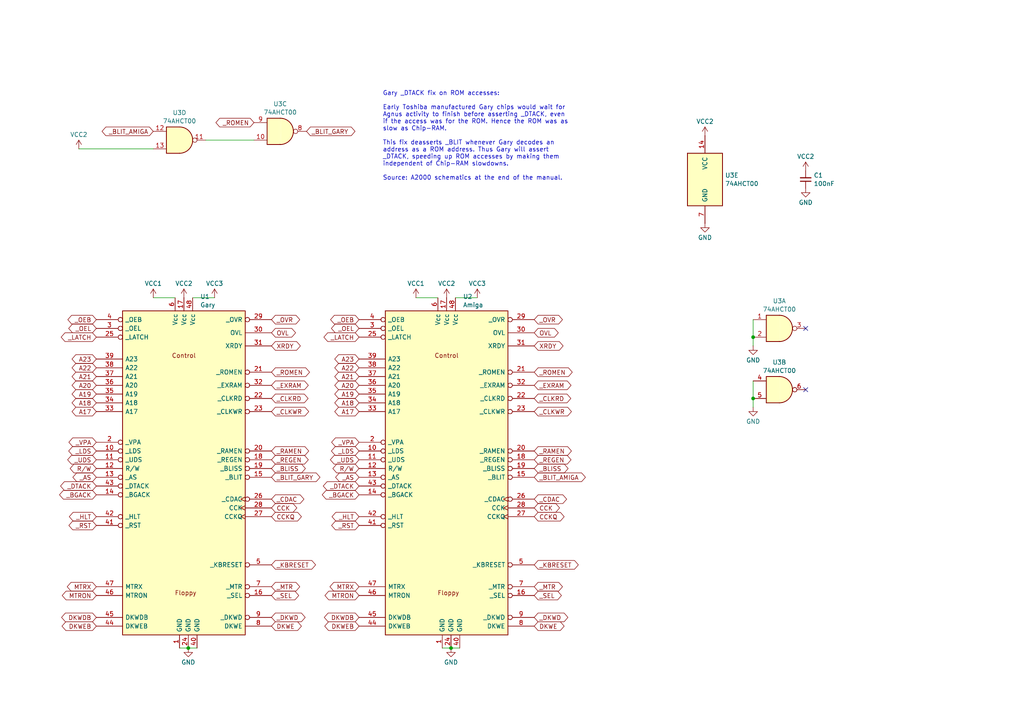
<source format=kicad_sch>
(kicad_sch (version 20231120) (generator "eeschema") (generator_version "8.0")
  (paper "A4")
  (lib_symbols
    (symbol "74xx:74HCT00" (pin_names (offset 1.016))
      (property "Reference" "U" (at 0 1.27 0))
      (property "Value" "74HCT00" (at 0 -1.27 0))
      (symbol "74HCT00_1_1"
        (arc (start 0 -3.81) (mid 3.7934 0) (end 0 3.81) (stroke (width 0.254)) (fill (type background)))
        (polyline (pts (xy 0 3.81) (xy -3.81 3.81) (xy -3.81 -3.81) (xy 0 -3.81)) (stroke (width 0.254)) (fill (type background)))
        (pin input line (at -7.62 2.54 0) (length 3.81) (name "~") (number "1"))
        (pin input line (at -7.62 -2.54 0) (length 3.81) (name "~") (number "2"))
        (pin output inverted (at 7.62 0 180) (length 3.81) (name "~") (number "3"))
      )
      (symbol "74HCT00_1_2"
        (arc (start -3.81 -3.81) (mid -2.589 0) (end -3.81 3.81) (stroke (width 0.254)))
        (arc (start -0.6096 -3.81) (mid 2.1842 -2.5851) (end 3.81 0) (stroke (width 0.254)) (fill (type background)))
        (polyline (pts (xy -3.81 -3.81) (xy -0.635 -3.81)) (stroke (width 0.254)) (fill (type background)))
        (polyline (pts (xy -3.81 3.81) (xy -0.635 3.81)) (stroke (width 0.254)) (fill (type background)))
        (polyline (pts (xy -0.635 3.81) (xy -3.81 3.81) (xy -3.81 3.81) (xy -3.556 3.4036) (xy -3.0226 2.2606) (xy -2.6924 1.0414) (xy -2.6162 -0.254) (xy -2.7686 -1.4986) (xy -3.175 -2.7178) (xy -3.81 -3.81) (xy -3.81 -3.81) (xy -0.635 -3.81)) (stroke (width -25.4)) (fill (type background)))
        (arc (start 3.81 0) (mid 2.1915 2.5936) (end -0.6096 3.81) (stroke (width 0.254)) (fill (type background)))
        (pin input inverted (at -7.62 2.54 0) (length 4.318) (name "~") (number "1"))
        (pin input inverted (at -7.62 -2.54 0) (length 4.318) (name "~") (number "2"))
        (pin output line (at 7.62 0 180) (length 3.81) (name "~") (number "3"))
      )
      (symbol "74HCT00_2_1"
        (arc (start 0 -3.81) (mid 3.7934 0) (end 0 3.81) (stroke (width 0.254)) (fill (type background)))
        (polyline (pts (xy 0 3.81) (xy -3.81 3.81) (xy -3.81 -3.81) (xy 0 -3.81)) (stroke (width 0.254)) (fill (type background)))
        (pin input line (at -7.62 2.54 0) (length 3.81) (name "~") (number "4"))
        (pin input line (at -7.62 -2.54 0) (length 3.81) (name "~") (number "5"))
        (pin output inverted (at 7.62 0 180) (length 3.81) (name "~") (number "6"))
      )
      (symbol "74HCT00_2_2"
        (arc (start -3.81 -3.81) (mid -2.589 0) (end -3.81 3.81) (stroke (width 0.254)))
        (arc (start -0.6096 -3.81) (mid 2.1842 -2.5851) (end 3.81 0) (stroke (width 0.254)) (fill (type background)))
        (polyline (pts (xy -3.81 -3.81) (xy -0.635 -3.81)) (stroke (width 0.254)) (fill (type background)))
        (polyline (pts (xy -3.81 3.81) (xy -0.635 3.81)) (stroke (width 0.254)) (fill (type background)))
        (polyline (pts (xy -0.635 3.81) (xy -3.81 3.81) (xy -3.81 3.81) (xy -3.556 3.4036) (xy -3.0226 2.2606) (xy -2.6924 1.0414) (xy -2.6162 -0.254) (xy -2.7686 -1.4986) (xy -3.175 -2.7178) (xy -3.81 -3.81) (xy -3.81 -3.81) (xy -0.635 -3.81)) (stroke (width -25.4)) (fill (type background)))
        (arc (start 3.81 0) (mid 2.1915 2.5936) (end -0.6096 3.81) (stroke (width 0.254)) (fill (type background)))
        (pin input inverted (at -7.62 2.54 0) (length 4.318) (name "~") (number "4"))
        (pin input inverted (at -7.62 -2.54 0) (length 4.318) (name "~") (number "5"))
        (pin output line (at 7.62 0 180) (length 3.81) (name "~") (number "6"))
      )
      (symbol "74HCT00_3_1"
        (arc (start 0 -3.81) (mid 3.7934 0) (end 0 3.81) (stroke (width 0.254)) (fill (type background)))
        (polyline (pts (xy 0 3.81) (xy -3.81 3.81) (xy -3.81 -3.81) (xy 0 -3.81)) (stroke (width 0.254)) (fill (type background)))
        (pin input line (at -7.62 -2.54 0) (length 3.81) (name "~") (number "10"))
        (pin output inverted (at 7.62 0 180) (length 3.81) (name "~") (number "8"))
        (pin input line (at -7.62 2.54 0) (length 3.81) (name "~") (number "9"))
      )
      (symbol "74HCT00_3_2"
        (arc (start -3.81 -3.81) (mid -2.589 0) (end -3.81 3.81) (stroke (width 0.254)))
        (arc (start -0.6096 -3.81) (mid 2.1842 -2.5851) (end 3.81 0) (stroke (width 0.254)) (fill (type background)))
        (polyline (pts (xy -3.81 -3.81) (xy -0.635 -3.81)) (stroke (width 0.254)) (fill (type background)))
        (polyline (pts (xy -3.81 3.81) (xy -0.635 3.81)) (stroke (width 0.254)) (fill (type background)))
        (polyline (pts (xy -0.635 3.81) (xy -3.81 3.81) (xy -3.81 3.81) (xy -3.556 3.4036) (xy -3.0226 2.2606) (xy -2.6924 1.0414) (xy -2.6162 -0.254) (xy -2.7686 -1.4986) (xy -3.175 -2.7178) (xy -3.81 -3.81) (xy -3.81 -3.81) (xy -0.635 -3.81)) (stroke (width -25.4)) (fill (type background)))
        (arc (start 3.81 0) (mid 2.1915 2.5936) (end -0.6096 3.81) (stroke (width 0.254)) (fill (type background)))
        (pin input inverted (at -7.62 -2.54 0) (length 4.318) (name "~") (number "10"))
        (pin output line (at 7.62 0 180) (length 3.81) (name "~") (number "8"))
        (pin input inverted (at -7.62 2.54 0) (length 4.318) (name "~") (number "9"))
      )
      (symbol "74HCT00_4_1"
        (arc (start 0 -3.81) (mid 3.7934 0) (end 0 3.81) (stroke (width 0.254)) (fill (type background)))
        (polyline (pts (xy 0 3.81) (xy -3.81 3.81) (xy -3.81 -3.81) (xy 0 -3.81)) (stroke (width 0.254)) (fill (type background)))
        (pin output inverted (at 7.62 0 180) (length 3.81) (name "~") (number "11"))
        (pin input line (at -7.62 2.54 0) (length 3.81) (name "~") (number "12"))
        (pin input line (at -7.62 -2.54 0) (length 3.81) (name "~") (number "13"))
      )
      (symbol "74HCT00_4_2"
        (arc (start -3.81 -3.81) (mid -2.589 0) (end -3.81 3.81) (stroke (width 0.254)))
        (arc (start -0.6096 -3.81) (mid 2.1842 -2.5851) (end 3.81 0) (stroke (width 0.254)) (fill (type background)))
        (polyline (pts (xy -3.81 -3.81) (xy -0.635 -3.81)) (stroke (width 0.254)) (fill (type background)))
        (polyline (pts (xy -3.81 3.81) (xy -0.635 3.81)) (stroke (width 0.254)) (fill (type background)))
        (polyline (pts (xy -0.635 3.81) (xy -3.81 3.81) (xy -3.81 3.81) (xy -3.556 3.4036) (xy -3.0226 2.2606) (xy -2.6924 1.0414) (xy -2.6162 -0.254) (xy -2.7686 -1.4986) (xy -3.175 -2.7178) (xy -3.81 -3.81) (xy -3.81 -3.81) (xy -0.635 -3.81)) (stroke (width -25.4)) (fill (type background)))
        (arc (start 3.81 0) (mid 2.1915 2.5936) (end -0.6096 3.81) (stroke (width 0.254)) (fill (type background)))
        (pin output line (at 7.62 0 180) (length 3.81) (name "~") (number "11"))
        (pin input inverted (at -7.62 2.54 0) (length 4.318) (name "~") (number "12"))
        (pin input inverted (at -7.62 -2.54 0) (length 4.318) (name "~") (number "13"))
      )
      (symbol "74HCT00_5_0"
        (pin power_in line (at 0 12.7 270) (length 5.08) (name "VCC") (number "14"))
        (pin power_in line (at 0 -12.7 90) (length 5.08) (name "GND") (number "7"))
      )
      (symbol "74HCT00_5_1"
        (rectangle (start -5.08 7.62) (end 5.08 -7.62) (stroke (width 0.254)) (fill (type background)))
      )
    )
    (symbol "Amiga_Custom_Chips:Gary" (pin_names (offset 0.762))
      (property "Reference" "U" (at 0 2.54 0))
      (property "Value" "Gary" (at 0 -3.81 0))
      (symbol "Gary_0_1"
        (rectangle (start -17.78 46.99) (end 17.78 -46.99) (stroke (width 0.254)) (fill (type background)))
      )
      (symbol "Gary_1_1"
        (text "Control" (at 0 34.036 0) (effects (font (size 1.27 1.27))))
        (text "Floppy" (at 0.508 -34.798 0) (effects (font (size 1.27 1.27))))
        (pin power_in line (at -1.27 -50.8 90) (length 3.81) (name "GND") (number "1"))
        (pin input inverted (at -25.4 6.35 0) (length 7.62) (name "_LDS") (number "10"))
        (pin input inverted (at -25.4 3.81 0) (length 7.62) (name "_UDS") (number "11"))
        (pin input line (at -25.4 1.27 0) (length 7.62) (name "R/W") (number "12"))
        (pin input inverted (at -25.4 -1.27 0) (length 7.62) (name "_AS") (number "13"))
        (pin input inverted (at -25.4 -6.35 0) (length 7.62) (name "_BGACK") (number "14"))
        (pin input inverted (at 25.4 -1.27 180) (length 7.62) (name "_BLIT") (number "15"))
        (pin input inverted (at 25.4 -35.56 180) (length 7.62) (name "_SEL") (number "16"))
        (pin power_in line (at 0 50.8 270) (length 3.81) (name "Vcc") (number "17"))
        (pin output inverted (at 25.4 3.81 180) (length 7.62) (name "_REGEN") (number "18"))
        (pin output inverted (at 25.4 1.27 180) (length 7.62) (name "_BLISS") (number "19"))
        (pin output inverted (at -25.4 8.89 0) (length 7.62) (name "_VPA") (number "2"))
        (pin output inverted (at 25.4 6.35 180) (length 7.62) (name "_RAMEN") (number "20"))
        (pin output inverted (at 25.4 29.21 180) (length 7.62) (name "_ROMEN") (number "21"))
        (pin output inverted (at 25.4 21.59 180) (length 7.62) (name "_CLKRD") (number "22"))
        (pin output inverted (at 25.4 17.78 180) (length 7.62) (name "_CLKWR") (number "23"))
        (pin power_in line (at 1.27 -50.8 90) (length 3.81) (name "GND") (number "24"))
        (pin output inverted (at -25.4 39.37 0) (length 7.62) (name "_LATCH") (number "25"))
        (pin input inverted_clock (at 25.4 -7.62 180) (length 7.62) (name "_CDAC") (number "26"))
        (pin input clock (at 25.4 -12.7 180) (length 7.62) (name "CCKQ") (number "27"))
        (pin input clock (at 25.4 -10.16 180) (length 7.62) (name "CCK") (number "28"))
        (pin input inverted (at 25.4 44.45 180) (length 7.62) (name "_OVR") (number "29"))
        (pin output inverted (at -25.4 41.91 0) (length 7.62) (name "_OEL") (number "3"))
        (pin input line (at 25.4 40.64 180) (length 7.62) (name "OVL") (number "30"))
        (pin input line (at 25.4 36.83 180) (length 7.62) (name "XRDY") (number "31"))
        (pin input inverted (at 25.4 25.4 180) (length 7.62) (name "_EXRAM") (number "32"))
        (pin input line (at -25.4 17.78 0) (length 7.62) (name "A17") (number "33"))
        (pin input line (at -25.4 20.32 0) (length 7.62) (name "A18") (number "34"))
        (pin input line (at -25.4 22.86 0) (length 7.62) (name "A19") (number "35"))
        (pin input line (at -25.4 25.4 0) (length 7.62) (name "A20") (number "36"))
        (pin input line (at -25.4 27.94 0) (length 7.62) (name "A21") (number "37"))
        (pin input line (at -25.4 30.48 0) (length 7.62) (name "A22") (number "38"))
        (pin input line (at -25.4 33.02 0) (length 7.62) (name "A23") (number "39"))
        (pin output inverted (at -25.4 44.45 0) (length 7.62) (name "_OEB") (number "4"))
        (pin power_in line (at 3.81 -50.8 90) (length 3.81) (name "GND") (number "40"))
        (pin output inverted (at -25.4 -15.24 0) (length 7.62) (name "_RST") (number "41"))
        (pin output inverted (at -25.4 -12.7 0) (length 7.62) (name "_HLT") (number "42"))
        (pin output inverted (at -25.4 -3.81 0) (length 7.62) (name "_DTACK") (number "43"))
        (pin output line (at -25.4 -44.45 0) (length 7.62) (name "DKWEB") (number "44"))
        (pin output line (at -25.4 -41.91 0) (length 7.62) (name "DKWDB") (number "45"))
        (pin output line (at -25.4 -35.56 0) (length 7.62) (name "MTRON") (number "46"))
        (pin output line (at -25.4 -33.02 0) (length 7.62) (name "MTRX") (number "47"))
        (pin power_in line (at 2.54 50.8 270) (length 3.81) (name "Vcc") (number "48"))
        (pin input inverted (at 25.4 -26.67 180) (length 7.62) (name "_KBRESET") (number "5"))
        (pin power_in line (at -2.54 50.8 270) (length 3.81) (name "Vcc") (number "6"))
        (pin input inverted (at 25.4 -33.02 180) (length 7.62) (name "_MTR") (number "7"))
        (pin input line (at 25.4 -44.45 180) (length 7.62) (name "DKWE") (number "8"))
        (pin input inverted (at 25.4 -41.91 180) (length 7.62) (name "_DKWD") (number "9"))
      )
    )
    (symbol "Device:C_Small" (pin_numbers hide) (pin_names (offset 0.254) hide)
      (property "Reference" "C" (at 0.254 1.778 0))
      (property "Value" "C_Small" (at 0.254 -2.032 0))
      (symbol "C_Small_0_1"
        (polyline (pts (xy -1.524 -0.508) (xy 1.524 -0.508)) (stroke (width 0.3302)))
        (polyline (pts (xy -1.524 0.508) (xy 1.524 0.508)) (stroke (width 0.3048)))
      )
      (symbol "C_Small_1_1"
        (pin passive line (at 0 2.54 270) (length 2.032) (name "~") (number "1"))
        (pin passive line (at 0 -2.54 90) (length 2.032) (name "~") (number "2"))
      )
    )
    (symbol "power:GND" (power) (pin_numbers hide) (pin_names (offset 0) hide)
      (property "Value" "GND" (at 0 -3.81 0))
      (symbol "GND_0_1"
        (polyline (pts (xy 0 0) (xy 0 -1.27) (xy 1.27 -1.27) (xy 0 -2.54) (xy -1.27 -1.27) (xy 0 -1.27)))
      )
      (symbol "GND_1_1"
        (pin power_in line (at 0 0 270) (length 0) (name "~") (number "1"))
      )
    )
    (symbol "power:VCC" (power) (pin_numbers hide) (pin_names (offset 0) hide)
      (property "Value" "VCC" (at 0 3.556 0))
      (symbol "VCC_0_1"
        (polyline (pts (xy -0.762 1.27) (xy 0 2.54)))
        (polyline (pts (xy 0 0) (xy 0 2.54)))
        (polyline (pts (xy 0 2.54) (xy 0.762 1.27)))
      )
      (symbol "VCC_1_1"
        (pin power_in line (at 0 0 90) (length 0) (name "~") (number "1"))
      )
    )
  )
  (junction (at 218.44 115.57))
  (junction (at 54.61 187.96))
  (junction (at 218.44 97.79))
  (junction (at 130.81 187.96))
  (no_connect (at 233.68 113.03))
  (no_connect (at 233.68 95.25))
  (wire (pts (xy 44.45 86.36) (xy 50.8 86.36)))
  (wire (pts (xy 218.44 97.79) (xy 218.44 100.33)))
  (wire (pts (xy 22.86 43.18) (xy 44.45 43.18)))
  (wire (pts (xy 130.81 187.96) (xy 133.35 187.96)))
  (wire (pts (xy 120.65 86.36) (xy 127 86.36)))
  (wire (pts (xy 132.08 86.36) (xy 138.43 86.36)))
  (wire (pts (xy 54.61 187.96) (xy 57.15 187.96)))
  (wire (pts (xy 218.44 115.57) (xy 218.44 118.11)))
  (wire (pts (xy 218.44 110.49) (xy 218.44 115.57)))
  (wire (pts (xy 59.69 40.64) (xy 73.66 40.64)))
  (wire (pts (xy 128.27 187.96) (xy 130.81 187.96)))
  (wire (pts (xy 52.07 187.96) (xy 54.61 187.96)))
  (wire (pts (xy 55.88 86.36) (xy 62.23 86.36)))
  (wire (pts (xy 218.44 92.71) (xy 218.44 97.79)))
  (text "Gary _DTACK fix on ROM accesses:\n\nEarly Toshiba manufactured Gary chips would wait for\nAgnus activity to finish before asserting _DTACK, even\nif the access was for the ROM. Hence the ROM was as\nslow as Chip-RAM.\n\nThis fix deasserts _BLIT whenever Gary decodes an\naddress as a ROM address. Thus Gary will assert\n_DTACK, speeding up ROM accesses by making them\nindependent of Chip-RAM slowdowns.\n\nSource: A2000 schematics at the end of the manual." (at 110.998 26.416 0) (effects (font (size 1.27 1.27)) (justify left top)))
  (global_label "A19" (shape bidirectional) (at 104.14 114.3 180) (property "Intersheetrefs" "${INTERSHEET_REFS}" (effects (hide yes))))
  (global_label "A21" (shape bidirectional) (at 104.14 109.22 180) (property "Intersheetrefs" "${INTERSHEET_REFS}" (effects (hide yes))))
  (global_label "_BGACK" (shape bidirectional) (at 104.14 143.51 180) (property "Intersheetrefs" "${INTERSHEET_REFS}" (effects (hide yes))))
  (global_label "CCK" (shape bidirectional) (at 154.94 147.32 0) (property "Intersheetrefs" "${INTERSHEET_REFS}" (effects (hide yes))))
  (global_label "_REGEN" (shape bidirectional) (at 78.74 133.35 0) (property "Intersheetrefs" "${INTERSHEET_REFS}" (effects (hide yes))))
  (global_label "_SEL" (shape bidirectional) (at 154.94 172.72 0) (property "Intersheetrefs" "${INTERSHEET_REFS}" (effects (hide yes))))
  (global_label "A17" (shape bidirectional) (at 27.94 119.38 180) (property "Intersheetrefs" "${INTERSHEET_REFS}" (effects (hide yes))))
  (global_label "_SEL" (shape bidirectional) (at 78.74 172.72 0) (property "Intersheetrefs" "${INTERSHEET_REFS}" (effects (hide yes))))
  (global_label "_DKWD" (shape bidirectional) (at 154.94 179.07 0) (property "Intersheetrefs" "${INTERSHEET_REFS}" (effects (hide yes))))
  (global_label "_AS" (shape bidirectional) (at 27.94 138.43 180) (property "Intersheetrefs" "${INTERSHEET_REFS}" (effects (hide yes))))
  (global_label "A18" (shape bidirectional) (at 27.94 116.84 180) (property "Intersheetrefs" "${INTERSHEET_REFS}" (effects (hide yes))))
  (global_label "_BLIT_GARY" (shape bidirectional) (at 78.74 138.43 0) (property "Intersheetrefs" "${INTERSHEET_REFS}" (effects (hide yes))))
  (global_label "_CLKWR" (shape bidirectional) (at 78.74 119.38 0) (property "Intersheetrefs" "${INTERSHEET_REFS}" (effects (hide yes))))
  (global_label "_LATCH" (shape bidirectional) (at 27.94 97.79 180) (property "Intersheetrefs" "${INTERSHEET_REFS}" (effects (hide yes))))
  (global_label "A22" (shape bidirectional) (at 104.14 106.68 180) (property "Intersheetrefs" "${INTERSHEET_REFS}" (effects (hide yes))))
  (global_label "A23" (shape bidirectional) (at 104.14 104.14 180) (property "Intersheetrefs" "${INTERSHEET_REFS}" (effects (hide yes))))
  (global_label "DKWE" (shape bidirectional) (at 154.94 181.61 0) (property "Intersheetrefs" "${INTERSHEET_REFS}" (effects (hide yes))))
  (global_label "DKWEB" (shape bidirectional) (at 104.14 181.61 180) (property "Intersheetrefs" "${INTERSHEET_REFS}" (effects (hide yes))))
  (global_label "MTRX" (shape bidirectional) (at 104.14 170.18 180) (property "Intersheetrefs" "${INTERSHEET_REFS}" (effects (hide yes))))
  (global_label "A17" (shape bidirectional) (at 104.14 119.38 180) (property "Intersheetrefs" "${INTERSHEET_REFS}" (effects (hide yes))))
  (global_label "DKWDB" (shape bidirectional) (at 104.14 179.07 180) (property "Intersheetrefs" "${INTERSHEET_REFS}" (effects (hide yes))))
  (global_label "_MTR" (shape bidirectional) (at 78.74 170.18 0) (property "Intersheetrefs" "${INTERSHEET_REFS}" (effects (hide yes))))
  (global_label "MTRON" (shape bidirectional) (at 104.14 172.72 180) (property "Intersheetrefs" "${INTERSHEET_REFS}" (effects (hide yes))))
  (global_label "A23" (shape bidirectional) (at 27.94 104.14 180) (property "Intersheetrefs" "${INTERSHEET_REFS}" (effects (hide yes))))
  (global_label "OVL" (shape bidirectional) (at 78.74 96.52 0) (property "Intersheetrefs" "${INTERSHEET_REFS}" (effects (hide yes))))
  (global_label "_OEB" (shape bidirectional) (at 104.14 92.71 180) (property "Intersheetrefs" "${INTERSHEET_REFS}" (effects (hide yes))))
  (global_label "_REGEN" (shape bidirectional) (at 154.94 133.35 0) (property "Intersheetrefs" "${INTERSHEET_REFS}" (effects (hide yes))))
  (global_label "_RAMEN" (shape bidirectional) (at 78.74 130.81 0) (property "Intersheetrefs" "${INTERSHEET_REFS}" (effects (hide yes))))
  (global_label "DKWDB" (shape bidirectional) (at 27.94 179.07 180) (property "Intersheetrefs" "${INTERSHEET_REFS}" (effects (hide yes))))
  (global_label "_BLIT_GARY" (shape bidirectional) (at 88.9 38.1 0) (property "Intersheetrefs" "${INTERSHEET_REFS}" (effects (hide yes))))
  (global_label "XRDY" (shape bidirectional) (at 154.94 100.33 0) (property "Intersheetrefs" "${INTERSHEET_REFS}" (effects (hide yes))))
  (global_label "_KBRESET" (shape bidirectional) (at 154.94 163.83 0) (property "Intersheetrefs" "${INTERSHEET_REFS}" (effects (hide yes))))
  (global_label "_KBRESET" (shape bidirectional) (at 78.74 163.83 0) (property "Intersheetrefs" "${INTERSHEET_REFS}" (effects (hide yes))))
  (global_label "MTRX" (shape bidirectional) (at 27.94 170.18 180) (property "Intersheetrefs" "${INTERSHEET_REFS}" (effects (hide yes))))
  (global_label "_DTACK" (shape bidirectional) (at 27.94 140.97 180) (property "Intersheetrefs" "${INTERSHEET_REFS}" (effects (hide yes))))
  (global_label "MTRON" (shape bidirectional) (at 27.94 172.72 180) (property "Intersheetrefs" "${INTERSHEET_REFS}" (effects (hide yes))))
  (global_label "_RST" (shape bidirectional) (at 104.14 152.4 180) (property "Intersheetrefs" "${INTERSHEET_REFS}" (effects (hide yes))))
  (global_label "_BLIT_AMIGA" (shape bidirectional) (at 154.94 138.43 0) (property "Intersheetrefs" "${INTERSHEET_REFS}" (effects (hide yes))))
  (global_label "_DKWD" (shape bidirectional) (at 78.74 179.07 0) (property "Intersheetrefs" "${INTERSHEET_REFS}" (effects (hide yes))))
  (global_label "_LDS" (shape bidirectional) (at 27.94 130.81 180) (property "Intersheetrefs" "${INTERSHEET_REFS}" (effects (hide yes))))
  (global_label "_EXRAM" (shape bidirectional) (at 78.74 111.76 0) (property "Intersheetrefs" "${INTERSHEET_REFS}" (effects (hide yes))))
  (global_label "_HLT" (shape bidirectional) (at 27.94 149.86 180) (property "Intersheetrefs" "${INTERSHEET_REFS}" (effects (hide yes))))
  (global_label "_OEB" (shape bidirectional) (at 27.94 92.71 180) (property "Intersheetrefs" "${INTERSHEET_REFS}" (effects (hide yes))))
  (global_label "_HLT" (shape bidirectional) (at 104.14 149.86 180) (property "Intersheetrefs" "${INTERSHEET_REFS}" (effects (hide yes))))
  (global_label "_BLISS" (shape bidirectional) (at 154.94 135.89 0) (property "Intersheetrefs" "${INTERSHEET_REFS}" (effects (hide yes))))
  (global_label "_ROMEN" (shape bidirectional) (at 154.94 107.95 0) (property "Intersheetrefs" "${INTERSHEET_REFS}" (effects (hide yes))))
  (global_label "R{slash}W" (shape bidirectional) (at 104.14 135.89 180) (property "Intersheetrefs" "${INTERSHEET_REFS}" (effects (hide yes))))
  (global_label "XRDY" (shape bidirectional) (at 78.74 100.33 0) (property "Intersheetrefs" "${INTERSHEET_REFS}" (effects (hide yes))))
  (global_label "A19" (shape bidirectional) (at 27.94 114.3 180) (property "Intersheetrefs" "${INTERSHEET_REFS}" (effects (hide yes))))
  (global_label "_ROMEN" (shape bidirectional) (at 73.66 35.56 180) (property "Intersheetrefs" "${INTERSHEET_REFS}" (effects (hide yes))))
  (global_label "A20" (shape bidirectional) (at 104.14 111.76 180) (property "Intersheetrefs" "${INTERSHEET_REFS}" (effects (hide yes))))
  (global_label "_VPA" (shape bidirectional) (at 104.14 128.27 180) (property "Intersheetrefs" "${INTERSHEET_REFS}" (effects (hide yes))))
  (global_label "_BLIT_AMIGA" (shape bidirectional) (at 44.45 38.1 180) (property "Intersheetrefs" "${INTERSHEET_REFS}" (effects (hide yes))))
  (global_label "_ROMEN" (shape bidirectional) (at 78.74 107.95 0) (property "Intersheetrefs" "${INTERSHEET_REFS}" (effects (hide yes))))
  (global_label "_DTACK" (shape bidirectional) (at 104.14 140.97 180) (property "Intersheetrefs" "${INTERSHEET_REFS}" (effects (hide yes))))
  (global_label "_VPA" (shape bidirectional) (at 27.94 128.27 180) (property "Intersheetrefs" "${INTERSHEET_REFS}" (effects (hide yes))))
  (global_label "_OEL" (shape bidirectional) (at 27.94 95.25 180) (property "Intersheetrefs" "${INTERSHEET_REFS}" (effects (hide yes))))
  (global_label "_CLKRD" (shape bidirectional) (at 154.94 115.57 0) (property "Intersheetrefs" "${INTERSHEET_REFS}" (effects (hide yes))))
  (global_label "A22" (shape bidirectional) (at 27.94 106.68 180) (property "Intersheetrefs" "${INTERSHEET_REFS}" (effects (hide yes))))
  (global_label "CCKQ" (shape bidirectional) (at 154.94 149.86 0) (property "Intersheetrefs" "${INTERSHEET_REFS}" (effects (hide yes))))
  (global_label "_AS" (shape bidirectional) (at 104.14 138.43 180) (property "Intersheetrefs" "${INTERSHEET_REFS}" (effects (hide yes))))
  (global_label "DKWEB" (shape bidirectional) (at 27.94 181.61 180) (property "Intersheetrefs" "${INTERSHEET_REFS}" (effects (hide yes))))
  (global_label "_UDS" (shape bidirectional) (at 27.94 133.35 180) (property "Intersheetrefs" "${INTERSHEET_REFS}" (effects (hide yes))))
  (global_label "_CLKRD" (shape bidirectional) (at 78.74 115.57 0) (property "Intersheetrefs" "${INTERSHEET_REFS}" (effects (hide yes))))
  (global_label "OVL" (shape bidirectional) (at 154.94 96.52 0) (property "Intersheetrefs" "${INTERSHEET_REFS}" (effects (hide yes))))
  (global_label "_CDAC" (shape bidirectional) (at 154.94 144.78 0) (property "Intersheetrefs" "${INTERSHEET_REFS}" (effects (hide yes))))
  (global_label "CCK" (shape bidirectional) (at 78.74 147.32 0) (property "Intersheetrefs" "${INTERSHEET_REFS}" (effects (hide yes))))
  (global_label "_EXRAM" (shape bidirectional) (at 154.94 111.76 0) (property "Intersheetrefs" "${INTERSHEET_REFS}" (effects (hide yes))))
  (global_label "_LATCH" (shape bidirectional) (at 104.14 97.79 180) (property "Intersheetrefs" "${INTERSHEET_REFS}" (effects (hide yes))))
  (global_label "_UDS" (shape bidirectional) (at 104.14 133.35 180) (property "Intersheetrefs" "${INTERSHEET_REFS}" (effects (hide yes))))
  (global_label "_MTR" (shape bidirectional) (at 154.94 170.18 0) (property "Intersheetrefs" "${INTERSHEET_REFS}" (effects (hide yes))))
  (global_label "_OVR" (shape bidirectional) (at 154.94 92.71 0) (property "Intersheetrefs" "${INTERSHEET_REFS}" (effects (hide yes))))
  (global_label "CCKQ" (shape bidirectional) (at 78.74 149.86 0) (property "Intersheetrefs" "${INTERSHEET_REFS}" (effects (hide yes))))
  (global_label "DKWE" (shape bidirectional) (at 78.74 181.61 0) (property "Intersheetrefs" "${INTERSHEET_REFS}" (effects (hide yes))))
  (global_label "A21" (shape bidirectional) (at 27.94 109.22 180) (property "Intersheetrefs" "${INTERSHEET_REFS}" (effects (hide yes))))
  (global_label "_OVR" (shape bidirectional) (at 78.74 92.71 0) (property "Intersheetrefs" "${INTERSHEET_REFS}" (effects (hide yes))))
  (global_label "_BLISS" (shape bidirectional) (at 78.74 135.89 0) (property "Intersheetrefs" "${INTERSHEET_REFS}" (effects (hide yes))))
  (global_label "A18" (shape bidirectional) (at 104.14 116.84 180) (property "Intersheetrefs" "${INTERSHEET_REFS}" (effects (hide yes))))
  (global_label "_BGACK" (shape bidirectional) (at 27.94 143.51 180) (property "Intersheetrefs" "${INTERSHEET_REFS}" (effects (hide yes))))
  (global_label "_RST" (shape bidirectional) (at 27.94 152.4 180) (property "Intersheetrefs" "${INTERSHEET_REFS}" (effects (hide yes))))
  (global_label "A20" (shape bidirectional) (at 27.94 111.76 180) (property "Intersheetrefs" "${INTERSHEET_REFS}" (effects (hide yes))))
  (global_label "_RAMEN" (shape bidirectional) (at 154.94 130.81 0) (property "Intersheetrefs" "${INTERSHEET_REFS}" (effects (hide yes))))
  (global_label "_OEL" (shape bidirectional) (at 104.14 95.25 180) (property "Intersheetrefs" "${INTERSHEET_REFS}" (effects (hide yes))))
  (global_label "R{slash}W" (shape bidirectional) (at 27.94 135.89 180) (property "Intersheetrefs" "${INTERSHEET_REFS}" (effects (hide yes))))
  (global_label "_CLKWR" (shape bidirectional) (at 154.94 119.38 0) (property "Intersheetrefs" "${INTERSHEET_REFS}" (effects (hide yes))))
  (global_label "_CDAC" (shape bidirectional) (at 78.74 144.78 0) (property "Intersheetrefs" "${INTERSHEET_REFS}" (effects (hide yes))))
  (global_label "_LDS" (shape bidirectional) (at 104.14 130.81 180) (property "Intersheetrefs" "${INTERSHEET_REFS}" (effects (hide yes))))
  (symbol (lib_id "74xx:74HCT00") (at 204.47 52.07 0) (unit 5)
    (property "Reference" "U3" (at 210.312 50.8578 0) (effects (justify left)))
    (property "Value" "74AHCT00" (at 210.312 53.2821 0) (effects (justify left)))
    (property "Footprint" "Package_SO:SOIC-14_3.9x8.7mm_P1.27mm" (effects (hide yes)))
    (property "Datasheet" "http://www.ti.com/lit/gpn/sn74hct00" (effects (hide yes)))
    (property "Description" "quad 2-input NAND gate" (effects (hide yes)))
    (property "LCSC" "C155451" (effects (hide yes)))
  )
  (symbol (lib_id "74xx:74HCT00") (at 226.06 95.25 0) (unit 1)
    (property "Reference" "U3" (at 226.0517 87.2955 0))
    (property "Value" "74AHCT00" (at 226.0517 89.7198 0))
    (property "Footprint" "Package_SO:SOIC-14_3.9x8.7mm_P1.27mm" (effects (hide yes)))
    (property "Datasheet" "http://www.ti.com/lit/gpn/sn74hct00" (effects (hide yes)))
    (property "Description" "quad 2-input NAND gate" (effects (hide yes)))
    (property "LCSC" "C155451" (effects (hide yes)))
  )
  (symbol (lib_id "Amiga_Custom_Chips:Gary") (at 53.34 137.16 0) (unit 1)
    (property "Reference" "U1" (at 58.0741 86.0255 0) (effects (justify left)))
    (property "Value" "Gary" (at 58.0741 88.4498 0) (effects (justify left)))
    (property "Footprint" "Package_DIP:DIP-48_W15.24mm_Socket_LongPads" (effects (hide yes)))
    (property "Description" "A500 timing belt" (effects (hide yes)))
    (property "LCSC" "C72120" (effects (hide yes)))
  )
  (symbol (lib_id "Device:C_Small") (at 233.68 52.07 180) (unit 1)
    (property "Reference" "C1" (at 236.0041 50.8514 0) (effects (justify right)))
    (property "Value" "100nF" (at 236.0041 53.2757 0) (effects (justify right)))
    (property "Footprint" "Capacitor_SMD:C_0805_2012Metric_Pad1.18x1.45mm_HandSolder" (effects (hide yes)))
    (property "Description" "Unpolarized capacitor, small symbol" (effects (hide yes)))
    (property "JLCPCB" "C49678" (effects (hide yes)))
  )
  (symbol (lib_id "power:VCC") (at 204.47 39.37 0) (unit 1)
    (property "Reference" "#PWR05" (effects (hide yes)))
    (property "Value" "VCC2" (at 204.47 35.2369 0))
    (property "Description" "Power symbol creates a global label with name \"VCC\"" (effects (hide yes)))
  )
  (symbol (lib_id "74xx:74HCT00") (at 81.28 38.1 0) (unit 3)
    (property "Reference" "U3" (at 81.2717 30.1455 0))
    (property "Value" "74AHCT00" (at 81.2717 32.5698 0))
    (property "Footprint" "Package_SO:SOIC-14_3.9x8.7mm_P1.27mm" (effects (hide yes)))
    (property "Datasheet" "http://www.ti.com/lit/gpn/sn74hct00" (effects (hide yes)))
    (property "Description" "quad 2-input NAND gate" (effects (hide yes)))
    (property "LCSC" "C155451" (effects (hide yes)))
  )
  (symbol (lib_id "power:GND") (at 218.44 100.33 0) (unit 1)
    (property "Reference" "#PWR011" (effects (hide yes)))
    (property "Value" "GND" (at 218.44 104.4631 0))
    (property "Description" "Power symbol creates a global label with name \"GND\" , ground" (effects (hide yes)))
  )
  (symbol (lib_id "power:GND") (at 233.68 54.61 0) (unit 1)
    (property "Reference" "#PWR09" (effects (hide yes)))
    (property "Value" "GND" (at 233.68 58.7431 0))
    (property "Description" "Power symbol creates a global label with name \"GND\" , ground" (effects (hide yes)))
  )
  (symbol (lib_id "power:GND") (at 54.61 187.96 0) (unit 1)
    (property "Reference" "#PWR01" (effects (hide yes)))
    (property "Value" "GND" (at 54.61 192.0931 0))
    (property "Description" "Power symbol creates a global label with name \"GND\" , ground" (effects (hide yes)))
  )
  (symbol (lib_id "power:VCC") (at 44.45 86.36 0) (unit 1)
    (property "Reference" "#PWR012" (effects (hide yes)))
    (property "Value" "VCC1" (at 44.45 82.2269 0))
    (property "Description" "Power symbol creates a global label with name \"VCC\"" (effects (hide yes)))
  )
  (symbol (lib_id "power:VCC") (at 129.54 86.36 0) (unit 1)
    (property "Reference" "#PWR014" (effects (hide yes)))
    (property "Value" "VCC2" (at 129.54 82.2269 0))
    (property "Description" "Power symbol creates a global label with name \"VCC\"" (effects (hide yes)))
  )
  (symbol (lib_id "Amiga_Custom_Chips:Gary") (at 129.54 137.16 0) (unit 1)
    (property "Reference" "U2" (at 134.2741 86.0255 0) (effects (justify left)))
    (property "Value" "Amiga" (at 134.2741 88.4498 0) (effects (justify left)))
    (property "Footprint" "Package_DIP:DIP-48_W15.24mm_Socket_LongPads" (effects (hide yes)))
    (property "Description" "A500 timing belt" (effects (hide yes)))
    (property "LCSC" "C72120" (effects (hide yes)))
  )
  (symbol (lib_id "power:GND") (at 218.44 118.11 0) (unit 1)
    (property "Reference" "#PWR010" (effects (hide yes)))
    (property "Value" "GND" (at 218.44 122.2431 0))
    (property "Description" "Power symbol creates a global label with name \"GND\" , ground" (effects (hide yes)))
  )
  (symbol (lib_id "power:VCC") (at 62.23 86.36 0) (unit 1)
    (property "Reference" "#PWR013" (effects (hide yes)))
    (property "Value" "VCC3" (at 62.23 82.2269 0))
    (property "Description" "Power symbol creates a global label with name \"VCC\"" (effects (hide yes)))
  )
  (symbol (lib_id "power:GND") (at 204.47 64.77 0) (unit 1)
    (property "Reference" "#PWR06" (effects (hide yes)))
    (property "Value" "GND" (at 204.47 68.9031 0))
    (property "Description" "Power symbol creates a global label with name \"GND\" , ground" (effects (hide yes)))
  )
  (symbol (lib_id "power:VCC") (at 53.34 86.36 0) (unit 1)
    (property "Reference" "#PWR03" (effects (hide yes)))
    (property "Value" "VCC2" (at 53.34 82.2269 0))
    (property "Description" "Power symbol creates a global label with name \"VCC\"" (effects (hide yes)))
  )
  (symbol (lib_id "power:VCC") (at 138.43 86.36 0) (unit 1)
    (property "Reference" "#PWR015" (effects (hide yes)))
    (property "Value" "VCC3" (at 138.43 82.2269 0))
    (property "Description" "Power symbol creates a global label with name \"VCC\"" (effects (hide yes)))
  )
  (symbol (lib_id "power:GND") (at 130.81 187.96 0) (unit 1)
    (property "Reference" "#PWR02" (effects (hide yes)))
    (property "Value" "GND" (at 130.81 192.0931 0))
    (property "Description" "Power symbol creates a global label with name \"GND\" , ground" (effects (hide yes)))
  )
  (symbol (lib_id "74xx:74HCT00") (at 226.06 113.03 0) (unit 2)
    (property "Reference" "U3" (at 226.0517 105.0755 0))
    (property "Value" "74AHCT00" (at 226.0517 107.4998 0))
    (property "Footprint" "Package_SO:SOIC-14_3.9x8.7mm_P1.27mm" (effects (hide yes)))
    (property "Datasheet" "http://www.ti.com/lit/gpn/sn74hct00" (effects (hide yes)))
    (property "Description" "quad 2-input NAND gate" (effects (hide yes)))
    (property "LCSC" "C155451" (effects (hide yes)))
  )
  (symbol (lib_id "power:VCC") (at 233.68 49.53 0) (unit 1)
    (property "Reference" "#PWR08" (effects (hide yes)))
    (property "Value" "VCC2" (at 233.68 45.3969 0))
    (property "Description" "Power symbol creates a global label with name \"VCC\"" (effects (hide yes)))
  )
  (symbol (lib_id "74xx:74HCT00") (at 52.07 40.64 0) (unit 4)
    (property "Reference" "U3" (at 52.0617 32.6855 0))
    (property "Value" "74AHCT00" (at 52.0617 35.1098 0))
    (property "Footprint" "Package_SO:SOIC-14_3.9x8.7mm_P1.27mm" (effects (hide yes)))
    (property "Datasheet" "http://www.ti.com/lit/gpn/sn74hct00" (effects (hide yes)))
    (property "Description" "quad 2-input NAND gate" (effects (hide yes)))
    (property "LCSC" "C155451" (effects (hide yes)))
  )
  (symbol (lib_id "power:VCC") (at 120.65 86.36 0) (unit 1)
    (property "Reference" "#PWR04" (effects (hide yes)))
    (property "Value" "VCC1" (at 120.65 82.2269 0))
    (property "Description" "Power symbol creates a global label with name \"VCC\"" (effects (hide yes)))
  )
  (symbol (lib_id "power:VCC") (at 22.86 43.18 0) (unit 1)
    (property "Reference" "#PWR07" (effects (hide yes)))
    (property "Value" "VCC2" (at 22.86 39.0469 0))
    (property "Description" "Power symbol creates a global label with name \"VCC\"" (effects (hide yes)))
  )
)
</source>
